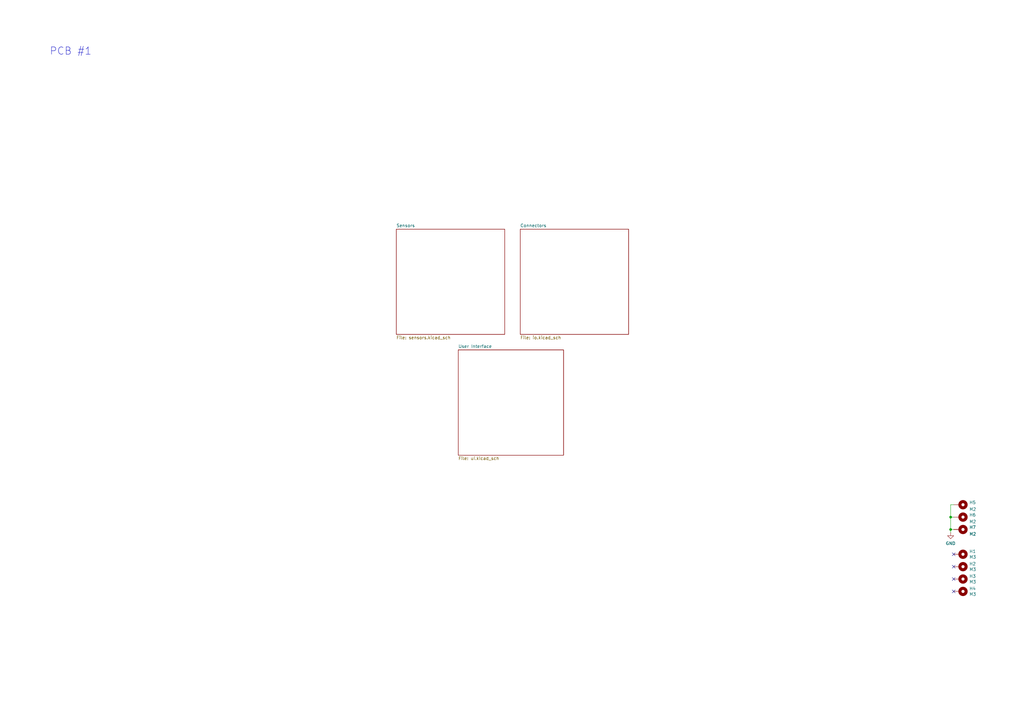
<source format=kicad_sch>
(kicad_sch (version 20211123) (generator eeschema)
  (paper "A3")
  (lib_symbols
    (symbol "Mechanical:MountingHole_Pad" (pin_numbers hide) (pin_names (offset 1.016) hide)
      (property "Reference" "H" (at 0 6.35 0))
      (property "Value" "MountingHole_Pad" (at 0 4.445 0))
      (symbol "MountingHole_Pad_0_1"
        (circle (center 0 1.27) (radius 1.27) (stroke (width 1.27)))
      )
      (symbol "MountingHole_Pad_1_1"
        (pin input line (at 0 -2.54 90) (length 2.54) (name "1") (number "1"))
      )
    )
    (symbol "power:GND" (power) (pin_names (offset 0))
      (property "Value" "GND" (at 0 -3.81 0))
      (symbol "GND_0_1"
        (polyline (pts (xy 0 0) (xy 0 -1.27) (xy 1.27 -1.27) (xy 0 -2.54) (xy -1.27 -1.27) (xy 0 -1.27)))
      )
      (symbol "GND_1_1"
        (pin power_in line (at 0 0 270) (length 0) hide (name "GND") (number "1"))
      )
    )
  )
  (junction (at 389.89 212.09))
  (junction (at 389.89 217.17))
  (no_connect (at 391.16 237.49))
  (no_connect (at 391.16 242.57))
  (no_connect (at 391.16 227.33))
  (no_connect (at 391.16 232.41))
  (wire (pts (xy 389.89 207.01) (xy 391.16 207.01)))
  (wire (pts (xy 389.89 217.17) (xy 391.16 217.17)))
  (wire (pts (xy 389.89 212.09) (xy 389.89 207.01)))
  (wire (pts (xy 389.89 218.44) (xy 389.89 217.17)))
  (wire (pts (xy 389.89 212.09) (xy 391.16 212.09)))
  (wire (pts (xy 389.89 217.17) (xy 389.89 212.09)))
  (text "PCB #1" (at 20.32 22.86 0) (effects (font (size 3 3)) (justify left bottom)))
  (symbol (lib_id "Mechanical:MountingHole_Pad") (at 393.7 227.33 270) (unit 1)
    (property "Reference" "H1" (at 397.51 226.1616 90) (effects (justify left)))
    (property "Value" "M3" (at 397.51 228.473 90) (effects (justify left)))
    (property "Footprint" "Franz-Lib:MountingHole_3.2mm_M3_Pad_Via_NoSilk" (effects hide))
  )
  (symbol (lib_id "Mechanical:MountingHole_Pad") (at 393.7 232.41 270) (unit 1)
    (property "Reference" "H2" (at 397.51 231.2416 90) (effects (justify left)))
    (property "Value" "M3" (at 397.51 233.553 90) (effects (justify left)))
    (property "Footprint" "Franz-Lib:MountingHole_3.2mm_M3_Pad_Via_NoSilk" (effects hide))
  )
  (symbol (lib_id "Mechanical:MountingHole_Pad") (at 393.7 237.49 270) (unit 1)
    (property "Reference" "H3" (at 397.51 236.3216 90) (effects (justify left)))
    (property "Value" "M3" (at 397.51 238.633 90) (effects (justify left)))
    (property "Footprint" "Franz-Lib:MountingHole_3.2mm_M3_Pad_Via_NoSilk" (effects hide))
  )
  (symbol (lib_id "Mechanical:MountingHole_Pad") (at 393.7 242.57 270) (unit 1)
    (property "Reference" "H4" (at 397.51 241.4016 90) (effects (justify left)))
    (property "Value" "M3" (at 397.51 243.713 90) (effects (justify left)))
    (property "Footprint" "Franz-Lib:MountingHole_3.2mm_M3_Pad_Via_NoSilk" (effects hide))
  )
  (symbol (lib_id "Mechanical:MountingHole_Pad") (at 393.7 212.09 270) (unit 1)
    (property "Reference" "H6" (at 397.51 211.1815 90) (effects (justify left)))
    (property "Value" "M2" (at 397.51 213.9566 90) (effects (justify left)))
    (property "Footprint" "Franz-Lib:MountingHole_2.2mm_M2_Pad_Via_NoSilk" (effects hide))
  )
  (symbol (lib_id "power:GND") (at 389.89 218.44 0) (unit 1)
    (property "Reference" "#PWR0161" (effects hide))
    (property "Value" "GND" (at 389.89 222.8834 0))
  )
  (symbol (lib_id "Mechanical:MountingHole_Pad") (at 393.7 217.17 270) (unit 1)
    (property "Reference" "H7" (at 397.51 216.2615 90) (effects (justify left)))
    (property "Value" "M2" (at 397.51 219.0366 90) (effects (justify left)))
    (property "Footprint" "Franz-Lib:MountingHole_2.2mm_M2_Pad_Via_NoSilk" (effects hide))
  )
  (symbol (lib_id "Mechanical:MountingHole_Pad") (at 393.7 207.01 270) (unit 1)
    (property "Reference" "H5" (at 397.51 206.1015 90) (effects (justify left)))
    (property "Value" "M2" (at 397.51 208.8766 90) (effects (justify left)))
    (property "Footprint" "Franz-Lib:MountingHole_2.2mm_M2_Pad_Via_NoSilk" (effects hide))
  )
  (sheet (at 187.96 143.51) (size 43.18 43.18) (stroke (width 0.1524))
    (property "Sheet name" "User Interface" (at 187.96 142.7984 0) (effects (justify left bottom)))
    (property "Sheet file" "ui.kicad_sch" (at 187.96 187.2746 0) (effects (justify left top)))
  )
  (sheet (at 213.36 93.98) (size 44.45 43.18) (stroke (width 0.1524))
    (property "Sheet name" "Connectors" (at 213.36 93.2684 0) (effects (justify left bottom)))
    (property "Sheet file" "io.kicad_sch" (at 213.36 137.7446 0) (effects (justify left top)))
  )
  (sheet (at 162.56 93.98) (size 44.45 43.18) (stroke (width 0.1524))
    (property "Sheet name" "Sensors" (at 162.56 93.2684 0) (effects (justify left bottom)))
    (property "Sheet file" "sensors.kicad_sch" (at 162.56 137.7446 0) (effects (justify left top)))
  )
)
</source>
